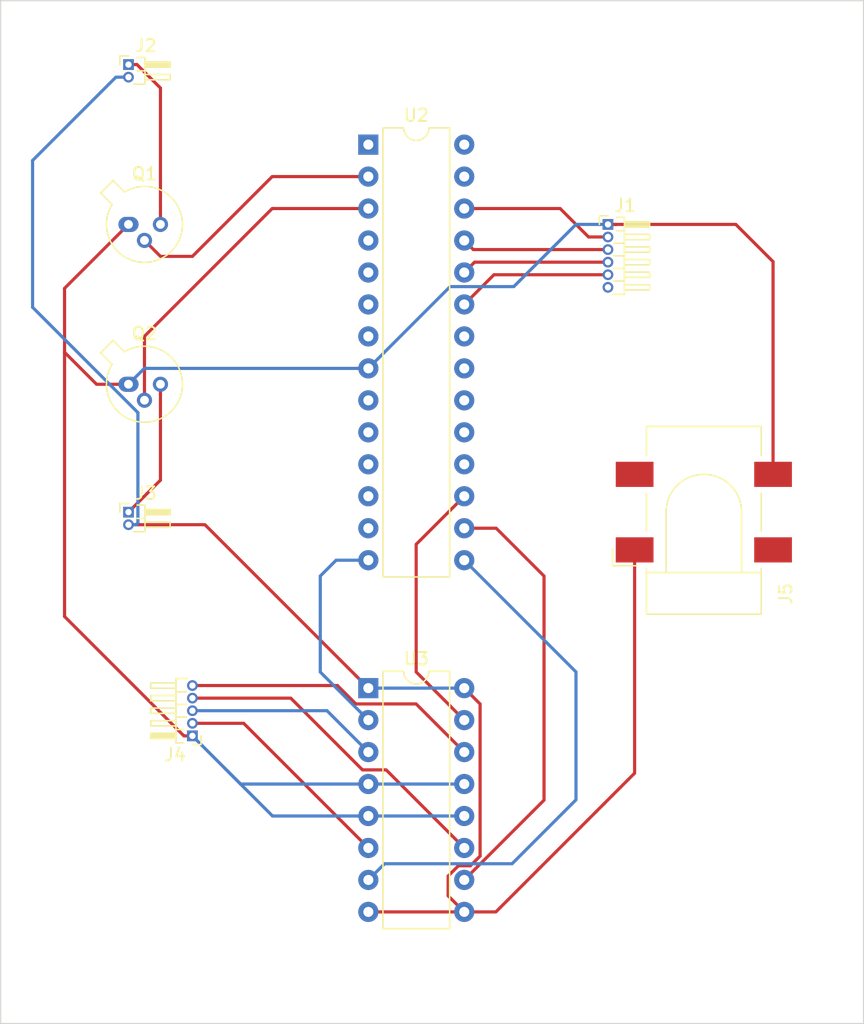
<source format=kicad_pcb>
(kicad_pcb (version 20211014) (generator pcbnew)
  (layers (0 "F.Cu" signal) (31 "B.Cu" signal) (34 "B.Paste" user) (35 "F.Paste" user) (36 "B.SilkS" user "B.Silkscreen") (37 "F.SilkS" user "F.Silkscreen") (38 "B.Mask" user) (39 "F.Mask" user) (44 "Edge.Cuts" user))
  (net 0 "")
  (net 1 "Earth")
  (net 2 "Net-(Q1-Pad2)")
  (net 3 "Net-(J1-Pad2)")
  (net 4 "Net-(Q2-Pad2)")
  (net 5 "Net-(J1-Pad3)")
  (net 6 "Net-(J2-Pad1)")
  (net 7 "Net-(Q2-Pad3)")
  (net 8 "Net-(U3-Pad3)")
  (net 19 "Net-(U2-Pad14)")
  (net 20 "Net-(U2-Pad15)")
  (net 21 "Net-(U2-Pad16)")
  (net 22 "Net-(U2-Pad17)")
  (net 30 "+5V")
  (net 31 "Net-(J1-Pad5)")
  (net 32 "Net-(J1-Pad4)")
  (net 33 "Net-(U3-Pad11)")
  (net 34 "Net-(U3-Pad14)")
  (net 35 "Net-(J4-Pad2)")
  (footprint "Package_DIP:DIP-16_W7.62mm" (layer "F.Cu") (at 115.58 128.285)
    (fp_text reference "U3" (at 3.81 -2.33) (layer "F.SilkS"))
    (fp_text value "L293D")
    (fp_line (start 6.46 19.11) (end 6.46 -1.33) (layer "F.SilkS") (width 0.12))
    (fp_line (start 1.16 -1.33) (end 1.16 19.11) (layer "F.SilkS") (width 0.12))
    (fp_line (start 6.46 -1.33) (end 4.81 -1.33) (layer "F.SilkS") (width 0.12))
    (fp_line (start 1.16 19.11) (end 6.46 19.11) (layer "F.SilkS") (width 0.12))
    (fp_line (start 2.81 -1.33) (end 1.16 -1.33) (layer "F.SilkS") (width 0.12))
    (fp_arc (start 4.81 -1.33) (mid 3.81 -0.33) (end 2.81 -1.33) (layer "F.SilkS") (width 0.12))
    (pad "1" thru_hole rect (at 0 0) (size 1.6 1.6) (drill 0.8) (layers *.Cu *.Mask) (net 30 "+5V"))
    (pad "2" thru_hole oval (at 0 2.54) (size 1.6 1.6) (drill 0.8) (layers *.Cu *.Mask) (net 19 "Net-(U2-Pad14)"))
    (pad "3" thru_hole oval (at 0 5.08) (size 1.6 1.6) (drill 0.8) (layers *.Cu *.Mask) (net 8 "Net-(U3-Pad3)"))
    (pad "4" thru_hole oval (at 0 7.62) (size 1.6 1.6) (drill 0.8) (layers *.Cu *.Mask) (net 1 "Earth"))
    (pad "5" thru_hole oval (at 0 10.16) (size 1.6 1.6) (drill 0.8) (layers *.Cu *.Mask) (net 1 "Earth"))
    (pad "6" thru_hole oval (at 0 12.7) (size 1.6 1.6) (drill 0.8) (layers *.Cu *.Mask) (net 35 "Net-(J4-Pad2)"))
    (pad "7" thru_hole oval (at 0 15.24) (size 1.6 1.6) (drill 0.8) (layers *.Cu *.Mask) (net 20 "Net-(U2-Pad15)"))
    (pad "8" thru_hole oval (at 0 17.78) (size 1.6 1.6) (drill 0.8) (layers *.Cu *.Mask) (net 30 "+5V"))
    (pad "9" thru_hole oval (at 7.62 17.78) (size 1.6 1.6) (drill 0.8) (layers *.Cu *.Mask) (net 30 "+5V"))
    (pad "10" thru_hole oval (at 7.62 15.24) (size 1.6 1.6) (drill 0.8) (layers *.Cu *.Mask) (net 21 "Net-(U2-Pad16)"))
    (pad "11" thru_hole oval (at 7.62 12.7) (size 1.6 1.6) (drill 0.8) (layers *.Cu *.Mask) (net 33 "Net-(U3-Pad11)"))
    (pad "12" thru_hole oval (at 7.62 10.16) (size 1.6 1.6) (drill 0.8) (layers *.Cu *.Mask) (net 1 "Earth"))
    (pad "13" thru_hole oval (at 7.62 7.62) (size 1.6 1.6) (drill 0.8) (layers *.Cu *.Mask) (net 1 "Earth"))
    (pad "14" thru_hole oval (at 7.62 5.08) (size 1.6 1.6) (drill 0.8) (layers *.Cu *.Mask) (net 34 "Net-(U3-Pad14)"))
    (pad "15" thru_hole oval (at 7.62 2.54) (size 1.6 1.6) (drill 0.8) (layers *.Cu *.Mask) (net 22 "Net-(U2-Pad17)"))
    (pad "16" thru_hole oval (at 7.62 0) (size 1.6 1.6) (drill 0.8) (layers *.Cu *.Mask) (net 30 "+5V"))
  )
  (footprint "Connector_PinHeader_1.00mm:PinHeader_1x05_P1.00mm_Horizontal" (layer "F.Cu") (at 101.6 132.08 180)
    (fp_text reference "J4" (at 1.375 -1.5) (layer "F.SilkS"))
    (fp_text value "Conn_01x05_Male")
    (fp_line (start 1.31 0.79) (end 3.31 0.79) (layer "F.SilkS") (width 0.12))
    (fp_line (start 0.468215 2.5) (end 1.31 2.5) (layer "F.SilkS") (width 0.12))
    (fp_line (start 3.31 0.21) (end 1.31 0.21) (layer "F.SilkS") (width 0.12))
    (fp_line (start 1.31 0.09) (end 3.31 0.09) (layer "F.SilkS") (width 0.12))
    (fp_line (start 3.31 3.79) (end 3.31 4.21) (layer "F.SilkS") (width 0.12))
    (fp_line (start 1.31 -0.56) (end 1.31 4.56) (layer "F.SilkS") (width 0.12))
    (fp_line (start 3.31 2.21) (end 1.31 2.21) (layer "F.SilkS") (width 0.12))
    (fp_line (start 1.31 -0.03) (end 3.31 -0.03) (layer "F.SilkS") (width 0.12))
    (fp_line (start 1.31 1.79) (end 3.31 1.79) (layer "F.SilkS") (width 0.12))
    (fp_line (start 0.685 0.5) (end 1.31 0.5) (layer "F.SilkS") (width 0.12))
    (fp_line (start 0.468215 1.5) (end 1.31 1.5) (layer "F.SilkS") (width 0.12))
    (fp_line (start 3.31 0.79) (end 3.31 1.21) (layer "F.SilkS") (width 0.12))
    (fp_line (start 1.31 4.56) (end 0.394493 4.56) (layer "F.SilkS") (width 0.12))
    (fp_line (start 3.31 4.21) (end 1.31 4.21) (layer "F.SilkS") (width 0.12))
    (fp_line (start -0.685 -0.685) (end 0 -0.685) (layer "F.SilkS") (width 0.12))
    (fp_line (start 1.31 -0.21) (end 3.31 -0.21) (layer "F.SilkS") (width 0.12))
    (fp_line (start 1.31 3.79) (end 3.31 3.79) (layer "F.SilkS") (width 0.12))
    (fp_line (start 1.31 -0.15) (end 3.31 -0.15) (layer "F.SilkS") (width 0.12))
    (fp_line (start 3.31 1.21) (end 1.31 1.21) (layer "F.SilkS") (width 0.12))
    (fp_line (start 0.685 -0.56) (end 1.31 -0.56) (layer "F.SilkS") (width 0.12))
    (fp_line (start 3.31 -0.21) (end 3.31 0.21) (layer "F.SilkS") (width 0.12))
    (fp_line (start -0.685 0) (end -0.685 -0.685) (layer "F.SilkS") (width 0.12))
    (fp_line (start 3.31 3.21) (end 1.31 3.21) (layer "F.SilkS") (width 0.12))
    (fp_line (start 0.468215 3.5) (end 1.31 3.5) (layer "F.SilkS") (width 0.12))
    (fp_line (start 1.31 2.79) (end 3.31 2.79) (layer "F.SilkS") (width 0.12))
    (fp_line (start 3.31 1.79) (end 3.31 2.21) (layer "F.SilkS") (width 0.12))
    (fp_line (start 3.31 2.79) (end 3.31 3.21) (layer "F.SilkS") (width 0.12))
    (pad "1" thru_hole rect (at 0 0 180) (size 0.85 0.85) (drill 0.5) (layers *.Cu *.Mask) (net 1 "Earth"))
    (pad "2" thru_hole oval (at 0 1 180) (size 0.85 0.85) (drill 0.5) (layers *.Cu *.Mask) (net 35 "Net-(J4-Pad2)"))
    (pad "3" thru_hole oval (at 0 2 180) (size 0.85 0.85) (drill 0.5) (layers *.Cu *.Mask) (net 8 "Net-(U3-Pad3)"))
    (pad "4" thru_hole oval (at 0 3 180) (size 0.85 0.85) (drill 0.5) (layers *.Cu *.Mask) (net 33 "Net-(U3-Pad11)"))
    (pad "5" thru_hole oval (at 0 4 180) (size 0.85 0.85) (drill 0.5) (layers *.Cu *.Mask) (net 34 "Net-(U3-Pad14)"))
  )
  (footprint "Package_TO_SOT_THT:TO-18-3" (layer "F.Cu") (at 96.52 104.14)
    (fp_text reference "Q2" (at 1.27 -4.02) (layer "F.SilkS"))
    (fp_text value "2N2647")
    (fp_line (start -1.224499 -3.484448) (end -2.214448 -2.494499) (layer "F.SilkS") (width 0.12))
    (fp_line (start -2.214448 -2.494499) (end -1.302281 -1.582331) (layer "F.SilkS") (width 0.12))
    (fp_line (start -0.312331 -2.572281) (end -1.224499 -3.484448) (layer "F.SilkS") (width 0.12))
    (fp_arc (start -0.312331 -2.572281) (mid 3.405374 2.135551) (end -1.30215 -1.582544) (layer "F.SilkS") (width 0.12))
    (pad "1" thru_hole oval (at 0 0) (size 1.6 1.2) (drill 0.7) (layers *.Cu *.Mask) (net 1 "Earth"))
    (pad "2" thru_hole oval (at 1.27 1.27) (size 1.2 1.2) (drill 0.7) (layers *.Cu *.Mask) (net 4 "Net-(Q2-Pad2)"))
    (pad "3" thru_hole oval (at 2.54 0) (size 1.2 1.2) (drill 0.7) (layers *.Cu *.Mask) (net 7 "Net-(Q2-Pad3)"))
  )
  (footprint "Connector_BarrelJack:BarrelJack_CLIFF_FC681465S_SMT_Horizontal" (layer "F.Cu") (at 142.24 114.3 90)
    (fp_text reference "J5" (at -6.5 6.5 90) (layer "F.SilkS"))
    (fp_text value "Barrel_Jack")
    (fp_line (start -1.5 4.56) (end 1.5 4.56) (layer "F.SilkS") (width 0.12))
    (fp_line (start 4.5 -4.56) (end 6.81 -4.56) (layer "F.SilkS") (width 0.12))
    (fp_line (start -1.5 -4.56) (end 1.5 -4.56) (layer "F.SilkS") (width 0.12))
    (fp_line (start -4.26 -7.26) (end -4.26 -5.36) (layer "F.SilkS") (width 0.12))
    (fp_line (start -8.11 4.56) (end -8.11 -4.56) (layer "F.SilkS") (width 0.12))
    (fp_line (start -4.8 3) (end 0 3) (layer "F.SilkS") (width 0.12))
    (fp_line (start -8.11 4.56) (end -4.5 4.56) (layer "F.SilkS") (width 0.12))
    (fp_line (start 6.81 4.56) (end 6.81 -4.56) (layer "F.SilkS") (width 0.12))
    (fp_line (start -4.8 4.56) (end -4.8 -4.56) (layer "F.SilkS") (width 0.12))
    (fp_line (start -4.8 -3) (end 0 -3) (layer "F.SilkS") (width 0.12))
    (fp_line (start -8.11 -4.56) (end -4.5 -4.56) (layer "F.SilkS") (width 0.12))
    (fp_line (start 4.5 4.56) (end 6.81 4.56) (layer "F.SilkS") (width 0.12))
    (fp_line (start -2.92 -7.26) (end -4.26 -7.26) (layer "F.SilkS") (width 0.12))
    (fp_arc (start 0 -3) (mid 3 0) (end 0 3) (layer "F.SilkS") (width 0.12))
    (pad "" np_thru_hole circle (at 1.5 0 180) (size 2 2) (drill 2) (layers *.Cu *.Mask))
    (pad "" np_thru_hole oval (at -2.9 0 180) (size 2 1.5) (drill oval 2 1.5) (layers *.Cu *.Mask))
    (pad "1" smd rect (at 3 -5.5 180) (size 3 2) (layers "F.Cu" "F.Paste" "F.Mask") (net 30 "+5V"))
    (pad "1" smd rect (at -3 -5.5 180) (size 3 2) (layers "F.Cu" "F.Paste" "F.Mask") (net 30 "+5V"))
    (pad "2" smd rect (at 3 5.5 180) (size 3 2) (layers "F.Cu" "F.Paste" "F.Mask") (net 1 "Earth"))
    (pad "3" smd rect (at -3 5.5 180) (size 3 2) (layers "F.Cu" "F.Paste" "F.Mask"))
  )
  (footprint "Package_DIP:DIP-28_W7.62mm" (layer "F.Cu") (at 115.58 85.1)
    (fp_text reference "U2" (at 3.81 -2.33) (layer "F.SilkS"))
    (fp_text value "ATmega328-P")
    (fp_line (start 1.16 34.35) (end 6.46 34.35) (layer "F.SilkS") (width 0.12))
    (fp_line (start 2.81 -1.33) (end 1.16 -1.33) (layer "F.SilkS") (width 0.12))
    (fp_line (start 6.46 34.35) (end 6.46 -1.33) (layer "F.SilkS") (width 0.12))
    (fp_line (start 1.16 -1.33) (end 1.16 34.35) (layer "F.SilkS") (width 0.12))
    (fp_line (start 6.46 -1.33) (end 4.81 -1.33) (layer "F.SilkS") (width 0.12))
    (fp_arc (start 4.81 -1.33) (mid 3.81 -0.33) (end 2.81 -1.33) (layer "F.SilkS") (width 0.12))
    (pad "1" thru_hole rect (at 0 0) (size 1.6 1.6) (drill 0.8) (layers *.Cu *.Mask))
    (pad "2" thru_hole oval (at 0 2.54) (size 1.6 1.6) (drill 0.8) (layers *.Cu *.Mask) (net 2 "Net-(Q1-Pad2)"))
    (pad "3" thru_hole oval (at 0 5.08) (size 1.6 1.6) (drill 0.8) (layers *.Cu *.Mask) (net 4 "Net-(Q2-Pad2)"))
    (pad "4" thru_hole oval (at 0 7.62) (size 1.6 1.6) (drill 0.8) (layers *.Cu *.Mask))
    (pad "5" thru_hole oval (at 0 10.16) (size 1.6 1.6) (drill 0.8) (layers *.Cu *.Mask))
    (pad "6" thru_hole oval (at 0 12.7) (size 1.6 1.6) (drill 0.8) (layers *.Cu *.Mask))
    (pad "7" thru_hole oval (at 0 15.24) (size 1.6 1.6) (drill 0.8) (layers *.Cu *.Mask))
    (pad "8" thru_hole oval (at 0 17.78) (size 1.6 1.6) (drill 0.8) (layers *.Cu *.Mask) (net 1 "Earth"))
    (pad "9" thru_hole oval (at 0 20.32) (size 1.6 1.6) (drill 0.8) (layers *.Cu *.Mask))
    (pad "10" thru_hole oval (at 0 22.86) (size 1.6 1.6) (drill 0.8) (layers *.Cu *.Mask))
    (pad "11" thru_hole oval (at 0 25.4) (size 1.6 1.6) (drill 0.8) (layers *.Cu *.Mask))
    (pad "12" thru_hole oval (at 0 27.94) (size 1.6 1.6) (drill 0.8) (layers *.Cu *.Mask))
    (pad "13" thru_hole oval (at 0 30.48) (size 1.6 1.6) (drill 0.8) (layers *.Cu *.Mask))
    (pad "14" thru_hole oval (at 0 33.02) (size 1.6 1.6) (drill 0.8) (layers *.Cu *.Mask) (net 19 "Net-(U2-Pad14)"))
    (pad "15" thru_hole oval (at 7.62 33.02) (size 1.6 1.6) (drill 0.8) (layers *.Cu *.Mask) (net 20 "Net-(U2-Pad15)"))
    (pad "16" thru_hole oval (at 7.62 30.48) (size 1.6 1.6) (drill 0.8) (layers *.Cu *.Mask) (net 21 "Net-(U2-Pad16)"))
    (pad "17" thru_hole oval (at 7.62 27.94) (size 1.6 1.6) (drill 0.8) (layers *.Cu *.Mask) (net 22 "Net-(U2-Pad17)"))
    (pad "18" thru_hole oval (at 7.62 25.4) (size 1.6 1.6) (drill 0.8) (layers *.Cu *.Mask))
    (pad "19" thru_hole oval (at 7.62 22.86) (size 1.6 1.6) (drill 0.8) (layers *.Cu *.Mask))
    (pad "20" thru_hole oval (at 7.62 20.32) (size 1.6 1.6) (drill 0.8) (layers *.Cu *.Mask))
    (pad "21" thru_hole oval (at 7.62 17.78) (size 1.6 1.6) (drill 0.8) (layers *.Cu *.Mask))
    (pad "22" thru_hole oval (at 7.62 15.24) (size 1.6 1.6) (drill 0.8) (layers *.Cu *.Mask))
    (pad "23" thru_hole oval (at 7.62 12.7) (size 1.6 1.6) (drill 0.8) (layers *.Cu *.Mask) (net 31 "Net-(J1-Pad5)"))
    (pad "24" thru_hole oval (at 7.62 10.16) (size 1.6 1.6) (drill 0.8) (layers *.Cu *.Mask) (net 32 "Net-(J1-Pad4)"))
    (pad "25" thru_hole oval (at 7.62 7.62) (size 1.6 1.6) (drill 0.8) (layers *.Cu *.Mask) (net 5 "Net-(J1-Pad3)"))
    (pad "26" thru_hole oval (at 7.62 5.08) (size 1.6 1.6) (drill 0.8) (layers *.Cu *.Mask) (net 3 "Net-(J1-Pad2)"))
    (pad "27" thru_hole oval (at 7.62 2.54) (size 1.6 1.6) (drill 0.8) (layers *.Cu *.Mask))
    (pad "28" thru_hole oval (at 7.62 0) (size 1.6 1.6) (drill 0.8) (layers *.Cu *.Mask))
  )
  (footprint "Connector_PinHeader_1.00mm:PinHeader_1x02_P1.00mm_Horizontal" (layer "F.Cu") (at 96.52 78.74)
    (fp_text reference "J2" (at 1.375 -1.5) (layer "F.SilkS"))
    (fp_text value "Conn_01x02_Female")
    (fp_line (start 1.31 1.56) (end 0.394493 1.56) (layer "F.SilkS") (width 0.12))
    (fp_line (start 3.31 1.21) (end 1.31 1.21) (layer "F.SilkS") (width 0.12))
    (fp_line (start 3.31 -0.21) (end 3.31 0.21) (layer "F.SilkS") (width 0.12))
    (fp_line (start 1.31 0.79) (end 3.31 0.79) (layer "F.SilkS") (width 0.12))
    (fp_line (start 1.31 0.09) (end 3.31 0.09) (layer "F.SilkS") (width 0.12))
    (fp_line (start 3.31 0.21) (end 1.31 0.21) (layer "F.SilkS") (width 0.12))
    (fp_line (start 0.685 -0.56) (end 1.31 -0.56) (layer "F.SilkS") (width 0.12))
    (fp_line (start -0.685 0) (end -0.685 -0.685) (layer "F.SilkS") (width 0.12))
    (fp_line (start 1.31 -0.03) (end 3.31 -0.03) (layer "F.SilkS") (width 0.12))
    (fp_line (start 1.31 -0.15) (end 3.31 -0.15) (layer "F.SilkS") (width 0.12))
    (fp_line (start -0.685 -0.685) (end 0 -0.685) (layer "F.SilkS") (width 0.12))
    (fp_line (start 3.31 0.79) (end 3.31 1.21) (layer "F.SilkS") (width 0.12))
    (fp_line (start 0.685 0.5) (end 1.31 0.5) (layer "F.SilkS") (width 0.12))
    (fp_line (start 1.31 -0.56) (end 1.31 1.56) (layer "F.SilkS") (width 0.12))
    (fp_line (start 1.31 -0.21) (end 3.31 -0.21) (layer "F.SilkS") (width 0.12))
    (pad "1" thru_hole rect (at 0 0) (size 0.85 0.85) (drill 0.5) (layers *.Cu *.Mask) (net 6 "Net-(J2-Pad1)"))
    (pad "2" thru_hole oval (at 0 1) (size 0.85 0.85) (drill 0.5) (layers *.Cu *.Mask) (net 30 "+5V"))
  )
  (footprint "Connector_PinHeader_1.00mm:PinHeader_1x06_P1.00mm_Horizontal" (layer "F.Cu") (at 134.62 91.44)
    (fp_text reference "J1" (at 1.375 -1.5) (layer "F.SilkS"))
    (fp_text value "Conn_01x06_Male")
    (fp_line (start 3.31 4.79) (end 3.31 5.21) (layer "F.SilkS") (width 0.12))
    (fp_line (start 0.685 -0.56) (end 1.31 -0.56) (layer "F.SilkS") (width 0.12))
    (fp_line (start 1.31 -0.03) (end 3.31 -0.03) (layer "F.SilkS") (width 0.12))
    (fp_line (start 0.468215 4.5) (end 1.31 4.5) (layer "F.SilkS") (width 0.12))
    (fp_line (start 1.31 0.79) (end 3.31 0.79) (layer "F.SilkS") (width 0.12))
    (fp_line (start 0.468215 2.5) (end 1.31 2.5) (layer "F.SilkS") (width 0.12))
    (fp_line (start 3.31 3.21) (end 1.31 3.21) (layer "F.SilkS") (width 0.12))
    (fp_line (start 1.31 -0.21) (end 3.31 -0.21) (layer "F.SilkS") (width 0.12))
    (fp_line (start 3.31 5.21) (end 1.31 5.21) (layer "F.SilkS") (width 0.12))
    (fp_line (start -0.685 -0.685) (end 0 -0.685) (layer "F.SilkS") (width 0.12))
    (fp_line (start 3.31 1.21) (end 1.31 1.21) (layer "F.SilkS") (width 0.12))
    (fp_line (start 1.31 3.79) (end 3.31 3.79) (layer "F.SilkS") (width 0.12))
    (fp_line (start 3.31 3.79) (end 3.31 4.21) (layer "F.SilkS") (width 0.12))
    (fp_line (start 1.31 -0.56) (end 1.31 5.56) (layer "F.SilkS") (width 0.12))
    (fp_line (start 1.31 0.09) (end 3.31 0.09) (layer "F.SilkS") (width 0.12))
    (fp_line (start 1.31 2.79) (end 3.31 2.79) (layer "F.SilkS") (width 0.12))
    (fp_line (start 0.685 0.5) (end 1.31 0.5) (layer "F.SilkS") (width 0.12))
    (fp_line (start 1.31 4.79) (end 3.31 4.79) (layer "F.SilkS") (width 0.12))
    (fp_line (start 1.31 5.56) (end 0.394493 5.56) (layer "F.SilkS") (width 0.12))
    (fp_line (start 3.31 2.79) (end 3.31 3.21) (layer "F.SilkS") (width 0.12))
    (fp_line (start 3.31 -0.21) (end 3.31 0.21) (layer "F.SilkS") (width 0.12))
    (fp_line (start 3.31 4.21) (end 1.31 4.21) (layer "F.SilkS") (width 0.12))
    (fp_line (start 3.31 0.79) (end 3.31 1.21) (layer "F.SilkS") (width 0.12))
    (fp_line (start 3.31 1.79) (end 3.31 2.21) (layer "F.SilkS") (width 0.12))
    (fp_line (start 3.31 2.21) (end 1.31 2.21) (layer "F.SilkS") (width 0.12))
    (fp_line (start 1.31 1.79) (end 3.31 1.79) (layer "F.SilkS") (width 0.12))
    (fp_line (start 1.31 -0.15) (end 3.31 -0.15) (layer "F.SilkS") (width 0.12))
    (fp_line (start 0.468215 3.5) (end 1.31 3.5) (layer "F.SilkS") (width 0.12))
    (fp_line (start 0.468215 1.5) (end 1.31 1.5) (layer "F.SilkS") (width 0.12))
    (fp_line (start -0.685 0) (end -0.685 -0.685) (layer "F.SilkS") (width 0.12))
    (fp_line (start 3.31 0.21) (end 1.31 0.21) (layer "F.SilkS") (width 0.12))
    (pad "1" thru_hole rect (at 0 0) (size 0.85 0.85) (drill 0.5) (layers *.Cu *.Mask) (net 1 "Earth"))
    (pad "2" thru_hole oval (at 0 1) (size 0.85 0.85) (drill 0.5) (layers *.Cu *.Mask) (net 3 "Net-(J1-Pad2)"))
    (pad "3" thru_hole oval (at 0 2) (size 0.85 0.85) (drill 0.5) (layers *.Cu *.Mask) (net 5 "Net-(J1-Pad3)"))
    (pad "4" thru_hole oval (at 0 3) (size 0.85 0.85) (drill 0.5) (layers *.Cu *.Mask) (net 32 "Net-(J1-Pad4)"))
    (pad "5" thru_hole oval (at 0 4) (size 0.85 0.85) (drill 0.5) (layers *.Cu *.Mask) (net 31 "Net-(J1-Pad5)"))
    (pad "6" thru_hole oval (at 0 5) (size 0.85 0.85) (drill 0.5) (layers *.Cu *.Mask))
  )
  (footprint "Connector_PinHeader_1.00mm:PinHeader_1x02_P1.00mm_Horizontal" (layer "F.Cu") (at 96.52 114.3)
    (fp_text reference "J3" (at 1.375 -1.5) (layer "F.SilkS"))
    (fp_text value "Conn_01x02_Female")
    (fp_line (start 3.31 1.21) (end 1.31 1.21) (layer "F.SilkS") (width 0.12))
    (fp_line (start 3.31 0.21) (end 1.31 0.21) (layer "F.SilkS") (width 0.12))
    (fp_line (start 3.31 -0.21) (end 3.31 0.21) (layer "F.SilkS") (width 0.12))
    (fp_line (start 0.685 0.5) (end 1.31 0.5) (layer "F.SilkS") (width 0.12))
    (fp_line (start -0.685 -0.685) (end 0 -0.685) (layer "F.SilkS") (width 0.12))
    (fp_line (start 1.31 -0.56) (end 1.31 1.56) (layer "F.SilkS") (width 0.12))
    (fp_line (start 1.31 -0.21) (end 3.31 -0.21) (layer "F.SilkS") (width 0.12))
    (fp_line (start 1.31 -0.15) (end 3.31 -0.15) (layer "F.SilkS") (width 0.12))
    (fp_line (start 1.31 -0.03) (end 3.31 -0.03) (layer "F.SilkS") (width 0.12))
    (fp_line (start -0.685 0) (end -0.685 -0.685) (layer "F.SilkS") (width 0.12))
    (fp_line (start 1.31 0.09) (end 3.31 0.09) (layer "F.SilkS") (width 0.12))
    (fp_line (start 1.31 1.56) (end 0.394493 1.56) (layer "F.SilkS") (width 0.12))
    (fp_line (start 1.31 0.79) (end 3.31 0.79) (layer "F.SilkS") (width 0.12))
    (fp_line (start 3.31 0.79) (end 3.31 1.21) (layer "F.SilkS") (width 0.12))
    (fp_line (start 0.685 -0.56) (end 1.31 -0.56) (layer "F.SilkS") (width 0.12))
    (pad "1" thru_hole rect (at 0 0) (size 0.85 0.85) (drill 0.5) (layers *.Cu *.Mask) (net 7 "Net-(Q2-Pad3)"))
    (pad "2" thru_hole oval (at 0 1) (size 0.85 0.85) (drill 0.5) (layers *.Cu *.Mask) (net 30 "+5V"))
  )
  (footprint "Package_TO_SOT_THT:TO-18-3" (layer "F.Cu") (at 96.52 91.44)
    (fp_text reference "Q1" (at 1.27 -4.02) (layer "F.SilkS"))
    (fp_text value "2N2647")
    (fp_line (start -0.312331 -2.572281) (end -1.224499 -3.484448) (layer "F.SilkS") (width 0.12))
    (fp_line (start -1.224499 -3.484448) (end -2.214448 -2.494499) (layer "F.SilkS") (width 0.12))
    (fp_line (start -2.214448 -2.494499) (end -1.302281 -1.582331) (layer "F.SilkS") (width 0.12))
    (fp_arc (start -0.312331 -2.572281) (mid 3.405374 2.135551) (end -1.30215 -1.582544) (layer "F.SilkS") (width 0.12))
    (pad "1" thru_hole oval (at 0 0) (size 1.6 1.2) (drill 0.7) (layers *.Cu *.Mask) (net 1 "Earth"))
    (pad "2" thru_hole oval (at 1.27 1.27) (size 1.2 1.2) (drill 0.7) (layers *.Cu *.Mask) (net 2 "Net-(Q1-Pad2)"))
    (pad "3" thru_hole oval (at 2.54 0) (size 1.2 1.2) (drill 0.7) (layers *.Cu *.Mask) (net 6 "Net-(J2-Pad1)"))
  )
  (gr_line (start 154.94 73.66) (end 86.36 73.66) (layer "Edge.Cuts") (width 0.1))
  (gr_line (start 86.36 73.66) (end 86.36 154.94) (layer "Edge.Cuts") (width 0.1))
  (gr_line (start 154.94 154.94) (end 86.36 154.94) (layer "Edge.Cuts") (width 0.1))
  (gr_line (start 154.94 73.66) (end 154.94 154.94) (layer "Edge.Cuts") (width 0.1))
  (segment (start 91.44 122.595) (end 91.44 101.6) (width 0.25) (layer "F.Cu") (net 1))
  (segment (start 100.925 132.08) (end 91.44 122.595) (width 0.25) (layer "F.Cu") (net 1))
  (segment (start 147.74 94.4) (end 147.32 93.98) (width 0.25) (layer "F.Cu") (net 1))
  (segment (start 93.98 104.14) (end 96.52 104.14) (width 0.25) (layer "F.Cu") (net 1))
  (segment (start 96.52 91.44) (end 91.44 96.52) (width 0.25) (layer "F.Cu") (net 1))
  (segment (start 101.6 132.08) (end 100.925 132.08) (width 0.25) (layer "F.Cu") (net 1))
  (segment (start 91.44 96.52) (end 91.44 101.6) (width 0.25) (layer "F.Cu") (net 1))
  (segment (start 147.32 93.98) (end 144.78 91.44) (width 0.25) (layer "F.Cu") (net 1))
  (segment (start 144.78 91.44) (end 134.62 91.44) (width 0.25) (layer "F.Cu") (net 1))
  (segment (start 134.62 91.44) (end 135.295 91.44) (width 0.25) (layer "F.Cu") (net 1))
  (segment (start 147.74 111.3) (end 147.74 94.4) (width 0.25) (layer "F.Cu") (net 1))
  (segment (start 91.44 101.6) (end 93.98 104.14) (width 0.25) (layer "F.Cu") (net 1))
  (segment (start 123.2 135.905) (end 115.58 135.905) (width 0.25) (layer "B.Cu") (net 1))
  (segment (start 115.58 102.88) (end 97.78 102.88) (width 0.25) (layer "B.Cu") (net 1))
  (segment (start 115.58 138.445) (end 107.965 138.445) (width 0.25) (layer "B.Cu") (net 1))
  (segment (start 97.78 102.88) (end 96.52 104.14) (width 0.25) (layer "B.Cu") (net 1))
  (segment (start 132.08 91.44) (end 134.62 91.44) (width 0.25) (layer "B.Cu") (net 1))
  (segment (start 105.425 135.905) (end 101.6 132.08) (width 0.25) (layer "B.Cu") (net 1))
  (segment (start 115.58 135.905) (end 105.425 135.905) (width 0.25) (layer "B.Cu") (net 1))
  (segment (start 107.965 138.445) (end 104.14 134.62) (width 0.25) (layer "B.Cu") (net 1))
  (segment (start 122.075489 96.384511) (end 127.135489 96.384511) (width 0.25) (layer "B.Cu") (net 1))
  (segment (start 115.58 102.88) (end 122.075489 96.384511) (width 0.25) (layer "B.Cu") (net 1))
  (segment (start 123.2 138.445) (end 115.58 138.445) (width 0.25) (layer "B.Cu") (net 1))
  (segment (start 127.135489 96.384511) (end 132.08 91.44) (width 0.25) (layer "B.Cu") (net 1))
  (segment (start 97.79 92.71) (end 99.06 93.98) (width 0.25) (layer "F.Cu") (net 2))
  (segment (start 99.06 93.98) (end 101.6 93.98) (width 0.25) (layer "F.Cu") (net 2))
  (segment (start 101.6 93.98) (end 107.94 87.64) (width 0.25) (layer "F.Cu") (net 2))
  (segment (start 107.94 87.64) (end 115.58 87.64) (width 0.25) (layer "F.Cu") (net 2))
  (segment (start 134.62 92.44) (end 133.08 92.44) (width 0.25) (layer "F.Cu") (net 3))
  (segment (start 130.82 90.18) (end 123.2 90.18) (width 0.25) (layer "F.Cu") (net 3))
  (segment (start 133.08 92.44) (end 130.82 90.18) (width 0.25) (layer "F.Cu") (net 3))
  (segment (start 97.79 100.33) (end 107.94 90.18) (width 0.25) (layer "F.Cu") (net 4))
  (segment (start 107.94 90.18) (end 115.58 90.18) (width 0.25) (layer "F.Cu") (net 4))
  (segment (start 97.79 105.41) (end 97.79 100.33) (width 0.25) (layer "F.Cu") (net 4))
  (segment (start 123.92 93.44) (end 123.2 92.72) (width 0.25) (layer "F.Cu") (net 5))
  (segment (start 134.62 93.44) (end 123.92 93.44) (width 0.25) (layer "F.Cu") (net 5))
  (segment (start 97.195 78.74) (end 96.52 78.74) (width 0.25) (layer "F.Cu") (net 6))
  (segment (start 99.06 91.44) (end 99.06 80.605) (width 0.25) (layer "F.Cu") (net 6))
  (segment (start 99.06 80.605) (end 97.195 78.74) (width 0.25) (layer "F.Cu") (net 6))
  (segment (start 99.06 104.14) (end 99.06 111.76) (width 0.25) (layer "F.Cu") (net 7))
  (segment (start 99.06 111.76) (end 96.52 114.3) (width 0.25) (layer "F.Cu") (net 7))
  (segment (start 101.6 130.08) (end 112.295 130.08) (width 0.25) (layer "B.Cu") (net 8))
  (segment (start 112.295 130.08) (end 115.58 133.365) (width 0.25) (layer "B.Cu") (net 8))
  (segment (start 115.58 130.825) (end 111.76 127.005) (width 0.25) (layer "B.Cu") (net 19))
  (segment (start 113.02 118.12) (end 115.58 118.12) (width 0.25) (layer "B.Cu") (net 19))
  (segment (start 111.76 127.005) (end 111.76 119.38) (width 0.25) (layer "B.Cu") (net 19))
  (segment (start 111.76 119.38) (end 113.02 118.12) (width 0.25) (layer "B.Cu") (net 19))
  (segment (start 115.58 143.525) (end 116.865 142.24) (width 0.25) (layer "B.Cu") (net 20))
  (segment (start 116.865 142.24) (end 127 142.24) (width 0.25) (layer "B.Cu") (net 20))
  (segment (start 127 142.24) (end 132.08 137.16) (width 0.25) (layer "B.Cu") (net 20))
  (segment (start 132.08 127) (end 123.2 118.12) (width 0.25) (layer "B.Cu") (net 20))
  (segment (start 132.08 137.16) (end 132.08 127) (width 0.25) (layer "B.Cu") (net 20))
  (segment (start 125.74 115.58) (end 123.2 115.58) (width 0.25) (layer "F.Cu") (net 21))
  (segment (start 129.54 119.38) (end 125.74 115.58) (width 0.25) (layer "F.Cu") (net 21))
  (segment (start 123.2 143.525) (end 129.54 137.185) (width 0.25) (layer "F.Cu") (net 21))
  (segment (start 129.54 137.185) (end 129.54 119.38) (width 0.25) (layer "F.Cu") (net 21))
  (segment (start 123.2 130.825) (end 122.075489 129.700489) (width 0.25) (layer "F.Cu") (net 22))
  (segment (start 122.075489 129.695489) (end 119.38 127) (width 0.25) (layer "F.Cu") (net 22))
  (segment (start 119.38 116.86) (end 123.2 113.04) (width 0.25) (layer "F.Cu") (net 22))
  (segment (start 122.075489 129.700489) (end 122.075489 129.695489) (width 0.25) (layer "F.Cu") (net 22))
  (segment (start 119.38 127) (end 119.38 116.86) (width 0.25) (layer "F.Cu") (net 22))
  (segment (start 121.92 144.785) (end 123.2 146.065) (width 0.25) (layer "F.Cu") (net 30))
  (segment (start 122.734211 142.400489) (end 121.92 143.2147) (width 0.25) (layer "F.Cu") (net 30))
  (segment (start 102.595 115.3) (end 96.52 115.3) (width 0.25) (layer "F.Cu") (net 30))
  (segment (start 136.74 117.3) (end 136.74 135.04) (width 0.25) (layer "F.Cu") (net 30))
  (segment (start 125.715 146.065) (end 123.2 146.065) (width 0.25) (layer "F.Cu") (net 30))
  (segment (start 121.92 143.2147) (end 121.92 144.785) (width 0.25) (layer "F.Cu") (net 30))
  (segment (start 124.46 129.545) (end 124.46 141.629282) (width 0.25) (layer "F.Cu") (net 30))
  (segment (start 124.46 141.629282) (end 123.688793 142.400489) (width 0.25) (layer "F.Cu") (net 30))
  (segment (start 115.58 128.285) (end 102.595 115.3) (width 0.25) (layer "F.Cu") (net 30))
  (segment (start 136.74 135.04) (end 125.715 146.065) (width 0.25) (layer "F.Cu") (net 30))
  (segment (start 123.2 128.285) (end 124.46 129.545) (width 0.25) (layer "F.Cu") (net 30))
  (segment (start 123.688793 142.400489) (end 122.734211 142.400489) (width 0.25) (layer "F.Cu") (net 30))
  (segment (start 123.2 146.065) (end 115.58 146.065) (width 0.25) (layer "F.Cu") (net 30))
  (segment (start 88.9 98.027468) (end 88.9 86.36) (width 0.25) (layer "B.Cu") (net 30))
  (segment (start 97.12104 115.3) (end 97.269511 115.151529) (width 0.25) (layer "B.Cu") (net 30))
  (segment (start 97.269511 115.151529) (end 97.269511 106.396979) (width 0.25) (layer "B.Cu") (net 30))
  (segment (start 97.269511 106.396979) (end 88.9 98.027468) (width 0.25) (layer "B.Cu") (net 30))
  (segment (start 115.58 128.285) (end 123.2 128.285) (width 0.25) (layer "B.Cu") (net 30))
  (segment (start 95.52 79.74) (end 96.52 79.74) (width 0.25) (layer "B.Cu") (net 30))
  (segment (start 96.52 115.3) (end 97.12104 115.3) (width 0.25) (layer "B.Cu") (net 30))
  (segment (start 88.9 86.36) (end 95.52 79.74) (width 0.25) (layer "B.Cu") (net 30))
  (segment (start 134.62 95.44) (end 125.56 95.44) (width 0.25) (layer "F.Cu") (net 31))
  (segment (start 125.56 95.44) (end 123.2 97.8) (width 0.25) (layer "F.Cu") (net 31))
  (segment (start 134.62 94.44) (end 124.02 94.44) (width 0.25) (layer "F.Cu") (net 32))
  (segment (start 124.02 94.44) (end 123.2 95.26) (width 0.25) (layer "F.Cu") (net 32))
  (segment (start 101.6 129.08) (end 109.413722 129.08) (width 0.25) (layer "F.Cu") (net 33))
  (segment (start 115.114211 134.780489) (end 116.995489 134.780489) (width 0.25) (layer "F.Cu") (net 33))
  (segment (start 109.413722 129.08) (end 115.114211 134.780489) (width 0.25) (layer "F.Cu") (net 33))
  (segment (start 116.995489 134.780489) (end 123.2 140.985) (width 0.25) (layer "F.Cu") (net 33))
  (segment (start 114.585978 129.54) (end 119.375 129.54) (width 0.25) (layer "F.Cu") (net 34))
  (segment (start 113.125978 128.08) (end 114.585978 129.54) (width 0.25) (layer "F.Cu") (net 34))
  (segment (start 101.6 128.08) (end 113.125978 128.08) (width 0.25) (layer "F.Cu") (net 34))
  (segment (start 119.375 129.54) (end 123.2 133.365) (width 0.25) (layer "F.Cu") (net 34))
  (segment (start 101.6 131.08) (end 105.675 131.08) (width 0.25) (layer "F.Cu") (net 35))
  (segment (start 105.675 131.08) (end 115.58 140.985) (width 0.25) (layer "F.Cu") (net 35))
)
</source>
